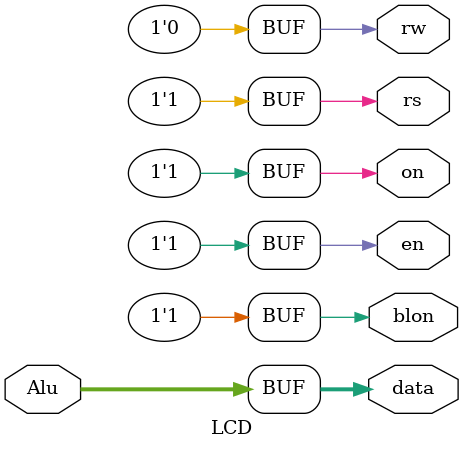
<source format=v>
`timescale 1ns/1ps

module LCD (Alu, rw, rs, en, data, on, blon);

	input [7:0] Alu;
	output reg rw, rs, en;
	output on, blon;
	
	output reg [7:0] data;
	

	assign on = 1'b1;
	
	assign blon = 1'b1;
	
	
	always@(Alu)
		begin
			
			data<= Alu;
			rw=1'b0;
			rs = 1'b1;
			en = 1'b1;

			
		end
	
	


	

	
endmodule


</source>
